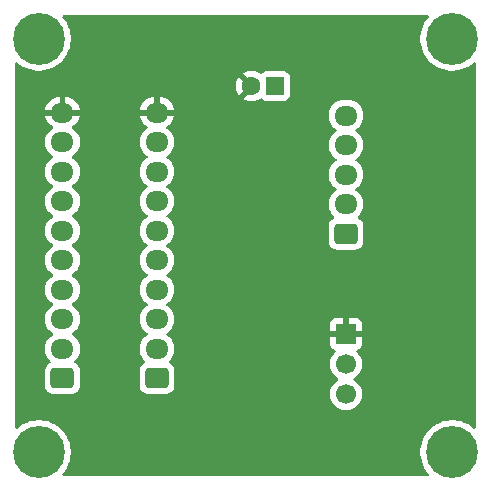
<source format=gbr>
%TF.GenerationSoftware,KiCad,Pcbnew,9.0.2*%
%TF.CreationDate,2025-10-06T17:20:07-07:00*%
%TF.ProjectId,driver2,64726976-6572-4322-9e6b-696361645f70,rev?*%
%TF.SameCoordinates,Original*%
%TF.FileFunction,Copper,L2,Bot*%
%TF.FilePolarity,Positive*%
%FSLAX46Y46*%
G04 Gerber Fmt 4.6, Leading zero omitted, Abs format (unit mm)*
G04 Created by KiCad (PCBNEW 9.0.2) date 2025-10-06 17:20:07*
%MOMM*%
%LPD*%
G01*
G04 APERTURE LIST*
G04 Aperture macros list*
%AMRoundRect*
0 Rectangle with rounded corners*
0 $1 Rounding radius*
0 $2 $3 $4 $5 $6 $7 $8 $9 X,Y pos of 4 corners*
0 Add a 4 corners polygon primitive as box body*
4,1,4,$2,$3,$4,$5,$6,$7,$8,$9,$2,$3,0*
0 Add four circle primitives for the rounded corners*
1,1,$1+$1,$2,$3*
1,1,$1+$1,$4,$5*
1,1,$1+$1,$6,$7*
1,1,$1+$1,$8,$9*
0 Add four rect primitives between the rounded corners*
20,1,$1+$1,$2,$3,$4,$5,0*
20,1,$1+$1,$4,$5,$6,$7,0*
20,1,$1+$1,$6,$7,$8,$9,0*
20,1,$1+$1,$8,$9,$2,$3,0*%
G04 Aperture macros list end*
%TA.AperFunction,ComponentPad*%
%ADD10RoundRect,0.250000X0.725000X-0.600000X0.725000X0.600000X-0.725000X0.600000X-0.725000X-0.600000X0*%
%TD*%
%TA.AperFunction,ComponentPad*%
%ADD11O,1.950000X1.700000*%
%TD*%
%TA.AperFunction,ComponentPad*%
%ADD12R,1.700000X1.700000*%
%TD*%
%TA.AperFunction,ComponentPad*%
%ADD13C,1.700000*%
%TD*%
%TA.AperFunction,ComponentPad*%
%ADD14C,2.600000*%
%TD*%
%TA.AperFunction,ConnectorPad*%
%ADD15C,4.400000*%
%TD*%
%TA.AperFunction,ComponentPad*%
%ADD16RoundRect,0.250000X0.550000X0.550000X-0.550000X0.550000X-0.550000X-0.550000X0.550000X-0.550000X0*%
%TD*%
%TA.AperFunction,ComponentPad*%
%ADD17C,1.600000*%
%TD*%
%TA.AperFunction,ViaPad*%
%ADD18C,0.600000*%
%TD*%
G04 APERTURE END LIST*
D10*
%TO.P,Ser2,1,Pin_1*%
%TO.N,Po*%
X32500000Y-51250000D03*
D11*
%TO.P,Ser2,2,Pin_2*%
%TO.N,Load*%
X32500000Y-48750000D03*
%TO.P,Ser2,3,Pin_3*%
%TO.N,+5V*%
X32500000Y-46250000D03*
%TO.P,Ser2,4,Pin_4*%
%TO.N,Pi*%
X32500000Y-43750000D03*
%TO.P,Ser2,5,Pin_5*%
%TO.N,Clock*%
X32500000Y-41250000D03*
%TO.P,Ser2,6,Pin_6*%
%TO.N,Latch*%
X32500000Y-38750000D03*
%TO.P,Ser2,7,Pin_7*%
%TO.N,Reset*%
X32500000Y-36250000D03*
%TO.P,Ser2,8,Pin_8*%
%TO.N,Enable*%
X32500000Y-33750000D03*
%TO.P,Ser2,9,Pin_9*%
%TO.N,+12V*%
X32500000Y-31250000D03*
%TO.P,Ser2,10,Pin_10*%
%TO.N,GND*%
X32500000Y-28750000D03*
%TD*%
%TO.P,Ser1,10,Pin_10*%
%TO.N,GND*%
X24500000Y-28750000D03*
%TO.P,Ser1,9,Pin_9*%
%TO.N,+12V*%
X24500000Y-31250000D03*
%TO.P,Ser1,8,Pin_8*%
%TO.N,Enable*%
X24500000Y-33750000D03*
%TO.P,Ser1,7,Pin_7*%
%TO.N,Reset*%
X24500000Y-36250000D03*
%TO.P,Ser1,6,Pin_6*%
%TO.N,Latch*%
X24500000Y-38750000D03*
%TO.P,Ser1,5,Pin_5*%
%TO.N,Clock*%
X24500000Y-41250000D03*
%TO.P,Ser1,4,Pin_4*%
%TO.N,Co*%
X24500000Y-43750000D03*
%TO.P,Ser1,3,Pin_3*%
%TO.N,+5V*%
X24500000Y-46250000D03*
%TO.P,Ser1,2,Pin_2*%
%TO.N,Load*%
X24500000Y-48750000D03*
D10*
%TO.P,Ser1,1,Pin_1*%
%TO.N,Ci*%
X24500000Y-51250000D03*
%TD*%
D12*
%TO.P,Hall1,1,Pin_1*%
%TO.N,GND*%
X48500000Y-47500000D03*
D13*
%TO.P,Hall1,2,Pin_2*%
%TO.N,+5V*%
X48500000Y-50040000D03*
%TO.P,Hall1,3,Pin_3*%
%TO.N,Hall*%
X48500000Y-52580000D03*
%TD*%
D14*
%TO.P,H4,1*%
%TO.N,N/C*%
X57500000Y-57500000D03*
D15*
X57500000Y-57500000D03*
%TD*%
D16*
%TO.P,C3,1*%
%TO.N,+12V*%
X42500000Y-26500000D03*
D17*
%TO.P,C3,2*%
%TO.N,GND*%
X40500000Y-26500000D03*
%TD*%
D14*
%TO.P,H2,1*%
%TO.N,N/C*%
X57500000Y-22500000D03*
D15*
X57500000Y-22500000D03*
%TD*%
D14*
%TO.P,H3,1*%
%TO.N,N/C*%
X22500000Y-57500000D03*
D15*
X22500000Y-57500000D03*
%TD*%
D14*
%TO.P,H1,1*%
%TO.N,N/C*%
X22500000Y-22500000D03*
D15*
X22500000Y-22500000D03*
%TD*%
D10*
%TO.P,Motor1,1,Pin_1*%
%TO.N,Phase1*%
X48500000Y-39000000D03*
D11*
%TO.P,Motor1,2,Pin_2*%
%TO.N,Phase2*%
X48500000Y-36500000D03*
%TO.P,Motor1,3,Pin_3*%
%TO.N,Phase3*%
X48500000Y-34000000D03*
%TO.P,Motor1,4,Pin_4*%
%TO.N,Phase4*%
X48500000Y-31500000D03*
%TO.P,Motor1,5,Pin_5*%
%TO.N,+12V*%
X48500000Y-29000000D03*
%TD*%
D18*
%TO.N,GND*%
X40525000Y-33375000D03*
X42525000Y-34875000D03*
X42525000Y-36375000D03*
X40525000Y-36375000D03*
X40525000Y-34875000D03*
X42525000Y-33375000D03*
X37500000Y-51500000D03*
%TD*%
%TA.AperFunction,Conductor*%
%TO.N,GND*%
G36*
X55450030Y-20520185D02*
G01*
X55495785Y-20572989D01*
X55505729Y-20642147D01*
X55479938Y-20701813D01*
X55294107Y-20934837D01*
X55132733Y-21191661D01*
X55001133Y-21464931D01*
X54900957Y-21751216D01*
X54900953Y-21751228D01*
X54833460Y-22046937D01*
X54833457Y-22046951D01*
X54799500Y-22348336D01*
X54799500Y-22651663D01*
X54833457Y-22953048D01*
X54833460Y-22953062D01*
X54900953Y-23248771D01*
X54900957Y-23248783D01*
X55001133Y-23535068D01*
X55132733Y-23808338D01*
X55132735Y-23808341D01*
X55294108Y-24065164D01*
X55483221Y-24302304D01*
X55697696Y-24516779D01*
X55934836Y-24705892D01*
X56191659Y-24867265D01*
X56464935Y-24998868D01*
X56679951Y-25074105D01*
X56751216Y-25099042D01*
X56751228Y-25099046D01*
X57046937Y-25166540D01*
X57046946Y-25166541D01*
X57046951Y-25166542D01*
X57247874Y-25189180D01*
X57348337Y-25200499D01*
X57348340Y-25200500D01*
X57348343Y-25200500D01*
X57651660Y-25200500D01*
X57651661Y-25200499D01*
X57805694Y-25183144D01*
X57953048Y-25166542D01*
X57953051Y-25166541D01*
X57953063Y-25166540D01*
X58248772Y-25099046D01*
X58535065Y-24998868D01*
X58808341Y-24867265D01*
X59065164Y-24705892D01*
X59298187Y-24520061D01*
X59362874Y-24493653D01*
X59431569Y-24506410D01*
X59482463Y-24554280D01*
X59499500Y-24617009D01*
X59499500Y-55382990D01*
X59479815Y-55450029D01*
X59427011Y-55495784D01*
X59357853Y-55505728D01*
X59298187Y-55479937D01*
X59164599Y-55373405D01*
X59065164Y-55294108D01*
X58808341Y-55132735D01*
X58808338Y-55132733D01*
X58535068Y-55001133D01*
X58248783Y-54900957D01*
X58248771Y-54900953D01*
X58020556Y-54848864D01*
X57953063Y-54833460D01*
X57953060Y-54833459D01*
X57953048Y-54833457D01*
X57651663Y-54799500D01*
X57651657Y-54799500D01*
X57348343Y-54799500D01*
X57348336Y-54799500D01*
X57046951Y-54833457D01*
X57046937Y-54833460D01*
X56751228Y-54900953D01*
X56751216Y-54900957D01*
X56464931Y-55001133D01*
X56191661Y-55132733D01*
X55934837Y-55294107D01*
X55697696Y-55483220D01*
X55483220Y-55697696D01*
X55294107Y-55934837D01*
X55132733Y-56191661D01*
X55001133Y-56464931D01*
X54900957Y-56751216D01*
X54900953Y-56751228D01*
X54833460Y-57046937D01*
X54833457Y-57046951D01*
X54799500Y-57348336D01*
X54799500Y-57651663D01*
X54833457Y-57953048D01*
X54833460Y-57953062D01*
X54900953Y-58248771D01*
X54900957Y-58248783D01*
X55001133Y-58535068D01*
X55132733Y-58808338D01*
X55132735Y-58808341D01*
X55294108Y-59065164D01*
X55479938Y-59298187D01*
X55506347Y-59362874D01*
X55493590Y-59431569D01*
X55445720Y-59482463D01*
X55382991Y-59499500D01*
X24617009Y-59499500D01*
X24549970Y-59479815D01*
X24504215Y-59427011D01*
X24494271Y-59357853D01*
X24520062Y-59298187D01*
X24705892Y-59065164D01*
X24867265Y-58808341D01*
X24998868Y-58535065D01*
X25099046Y-58248772D01*
X25166540Y-57953063D01*
X25200500Y-57651657D01*
X25200500Y-57348343D01*
X25166540Y-57046937D01*
X25099046Y-56751228D01*
X24998868Y-56464935D01*
X24867265Y-56191659D01*
X24705892Y-55934836D01*
X24516779Y-55697696D01*
X24302304Y-55483221D01*
X24065164Y-55294108D01*
X23808341Y-55132735D01*
X23808338Y-55132733D01*
X23535068Y-55001133D01*
X23248783Y-54900957D01*
X23248771Y-54900953D01*
X23020556Y-54848864D01*
X22953063Y-54833460D01*
X22953060Y-54833459D01*
X22953048Y-54833457D01*
X22651663Y-54799500D01*
X22651657Y-54799500D01*
X22348343Y-54799500D01*
X22348336Y-54799500D01*
X22046951Y-54833457D01*
X22046937Y-54833460D01*
X21751228Y-54900953D01*
X21751216Y-54900957D01*
X21464931Y-55001133D01*
X21191661Y-55132733D01*
X20934837Y-55294107D01*
X20701813Y-55479937D01*
X20637126Y-55506346D01*
X20568430Y-55493589D01*
X20517537Y-55445719D01*
X20500500Y-55382990D01*
X20500500Y-31143713D01*
X23024500Y-31143713D01*
X23024500Y-31356286D01*
X23057753Y-31566239D01*
X23123444Y-31768414D01*
X23219951Y-31957820D01*
X23344890Y-32129786D01*
X23495209Y-32280105D01*
X23495214Y-32280109D01*
X23659793Y-32399682D01*
X23702459Y-32455011D01*
X23708438Y-32524625D01*
X23675833Y-32586420D01*
X23659793Y-32600318D01*
X23495214Y-32719890D01*
X23495209Y-32719894D01*
X23344890Y-32870213D01*
X23219951Y-33042179D01*
X23123444Y-33231585D01*
X23057753Y-33433760D01*
X23024500Y-33643713D01*
X23024500Y-33856286D01*
X23057753Y-34066239D01*
X23123444Y-34268414D01*
X23219951Y-34457820D01*
X23344890Y-34629786D01*
X23495209Y-34780105D01*
X23495214Y-34780109D01*
X23659793Y-34899682D01*
X23702459Y-34955011D01*
X23708438Y-35024625D01*
X23675833Y-35086420D01*
X23659793Y-35100318D01*
X23495214Y-35219890D01*
X23495209Y-35219894D01*
X23344890Y-35370213D01*
X23219951Y-35542179D01*
X23123444Y-35731585D01*
X23057753Y-35933760D01*
X23024500Y-36143713D01*
X23024500Y-36356286D01*
X23057753Y-36566239D01*
X23123444Y-36768414D01*
X23219951Y-36957820D01*
X23344890Y-37129786D01*
X23495209Y-37280105D01*
X23495214Y-37280109D01*
X23659793Y-37399682D01*
X23702459Y-37455011D01*
X23708438Y-37524625D01*
X23675833Y-37586420D01*
X23659793Y-37600318D01*
X23495214Y-37719890D01*
X23495209Y-37719894D01*
X23344890Y-37870213D01*
X23219951Y-38042179D01*
X23123444Y-38231585D01*
X23057753Y-38433760D01*
X23024500Y-38643713D01*
X23024500Y-38856286D01*
X23057753Y-39066239D01*
X23123444Y-39268414D01*
X23219951Y-39457820D01*
X23344890Y-39629786D01*
X23495209Y-39780105D01*
X23495214Y-39780109D01*
X23659793Y-39899682D01*
X23702459Y-39955011D01*
X23708438Y-40024625D01*
X23675833Y-40086420D01*
X23659793Y-40100318D01*
X23495214Y-40219890D01*
X23495209Y-40219894D01*
X23344890Y-40370213D01*
X23219951Y-40542179D01*
X23123444Y-40731585D01*
X23057753Y-40933760D01*
X23024500Y-41143713D01*
X23024500Y-41356286D01*
X23057753Y-41566239D01*
X23123444Y-41768414D01*
X23219951Y-41957820D01*
X23344890Y-42129786D01*
X23495209Y-42280105D01*
X23495214Y-42280109D01*
X23659793Y-42399682D01*
X23702459Y-42455011D01*
X23708438Y-42524625D01*
X23675833Y-42586420D01*
X23659793Y-42600318D01*
X23495214Y-42719890D01*
X23495209Y-42719894D01*
X23344890Y-42870213D01*
X23219951Y-43042179D01*
X23123444Y-43231585D01*
X23057753Y-43433760D01*
X23024500Y-43643713D01*
X23024500Y-43856286D01*
X23057753Y-44066239D01*
X23123444Y-44268414D01*
X23219951Y-44457820D01*
X23344890Y-44629786D01*
X23495209Y-44780105D01*
X23495214Y-44780109D01*
X23659793Y-44899682D01*
X23702459Y-44955011D01*
X23708438Y-45024625D01*
X23675833Y-45086420D01*
X23659793Y-45100318D01*
X23495214Y-45219890D01*
X23495209Y-45219894D01*
X23344890Y-45370213D01*
X23219951Y-45542179D01*
X23123444Y-45731585D01*
X23057753Y-45933760D01*
X23024500Y-46143713D01*
X23024500Y-46356286D01*
X23057753Y-46566239D01*
X23123444Y-46768414D01*
X23219951Y-46957820D01*
X23344890Y-47129786D01*
X23495209Y-47280105D01*
X23495214Y-47280109D01*
X23659793Y-47399682D01*
X23702459Y-47455011D01*
X23708438Y-47524625D01*
X23675833Y-47586420D01*
X23659793Y-47600318D01*
X23495214Y-47719890D01*
X23495209Y-47719894D01*
X23344890Y-47870213D01*
X23219951Y-48042179D01*
X23123444Y-48231585D01*
X23057753Y-48433760D01*
X23032677Y-48592086D01*
X23024500Y-48643713D01*
X23024500Y-48856287D01*
X23057754Y-49066243D01*
X23088287Y-49160215D01*
X23123444Y-49268414D01*
X23219951Y-49457820D01*
X23344890Y-49629786D01*
X23483705Y-49768601D01*
X23517190Y-49829924D01*
X23512206Y-49899616D01*
X23470334Y-49955549D01*
X23461121Y-49961821D01*
X23306342Y-50057289D01*
X23182289Y-50181342D01*
X23090187Y-50330663D01*
X23090185Y-50330668D01*
X23062349Y-50414670D01*
X23035001Y-50497203D01*
X23035001Y-50497204D01*
X23035000Y-50497204D01*
X23024500Y-50599983D01*
X23024500Y-51900001D01*
X23024501Y-51900018D01*
X23035000Y-52002796D01*
X23035001Y-52002799D01*
X23054481Y-52061585D01*
X23090186Y-52169334D01*
X23182288Y-52318656D01*
X23306344Y-52442712D01*
X23455666Y-52534814D01*
X23622203Y-52589999D01*
X23724991Y-52600500D01*
X25275008Y-52600499D01*
X25377797Y-52589999D01*
X25544334Y-52534814D01*
X25693656Y-52442712D01*
X25817712Y-52318656D01*
X25909814Y-52169334D01*
X25964999Y-52002797D01*
X25975500Y-51900009D01*
X25975499Y-50599992D01*
X25964999Y-50497203D01*
X25909814Y-50330666D01*
X25817712Y-50181344D01*
X25693656Y-50057288D01*
X25544334Y-49965186D01*
X25544333Y-49965185D01*
X25538878Y-49961821D01*
X25492154Y-49909873D01*
X25480931Y-49840910D01*
X25508775Y-49776828D01*
X25516272Y-49768623D01*
X25655104Y-49629792D01*
X25780051Y-49457816D01*
X25876557Y-49268412D01*
X25942246Y-49066243D01*
X25975500Y-48856287D01*
X25975500Y-48643713D01*
X25942246Y-48433757D01*
X25876557Y-48231588D01*
X25780051Y-48042184D01*
X25780049Y-48042181D01*
X25780048Y-48042179D01*
X25655109Y-47870213D01*
X25504792Y-47719896D01*
X25467763Y-47692993D01*
X25340204Y-47600316D01*
X25297540Y-47544989D01*
X25291561Y-47475376D01*
X25324166Y-47413580D01*
X25340199Y-47399686D01*
X25504792Y-47280104D01*
X25655104Y-47129792D01*
X25655106Y-47129788D01*
X25655109Y-47129786D01*
X25780048Y-46957820D01*
X25780047Y-46957820D01*
X25780051Y-46957816D01*
X25876557Y-46768412D01*
X25942246Y-46566243D01*
X25975500Y-46356287D01*
X25975500Y-46143713D01*
X25942246Y-45933757D01*
X25876557Y-45731588D01*
X25780051Y-45542184D01*
X25780049Y-45542181D01*
X25780048Y-45542179D01*
X25655109Y-45370213D01*
X25504792Y-45219896D01*
X25504784Y-45219890D01*
X25340204Y-45100316D01*
X25297540Y-45044989D01*
X25291561Y-44975376D01*
X25324166Y-44913580D01*
X25340199Y-44899686D01*
X25504792Y-44780104D01*
X25655104Y-44629792D01*
X25655106Y-44629788D01*
X25655109Y-44629786D01*
X25780048Y-44457820D01*
X25780047Y-44457820D01*
X25780051Y-44457816D01*
X25876557Y-44268412D01*
X25942246Y-44066243D01*
X25975500Y-43856287D01*
X25975500Y-43643713D01*
X25942246Y-43433757D01*
X25876557Y-43231588D01*
X25780051Y-43042184D01*
X25780049Y-43042181D01*
X25780048Y-43042179D01*
X25655109Y-42870213D01*
X25504792Y-42719896D01*
X25504784Y-42719890D01*
X25340204Y-42600316D01*
X25297540Y-42544989D01*
X25291561Y-42475376D01*
X25324166Y-42413580D01*
X25340199Y-42399686D01*
X25504792Y-42280104D01*
X25655104Y-42129792D01*
X25655106Y-42129788D01*
X25655109Y-42129786D01*
X25780048Y-41957820D01*
X25780047Y-41957820D01*
X25780051Y-41957816D01*
X25876557Y-41768412D01*
X25942246Y-41566243D01*
X25975500Y-41356287D01*
X25975500Y-41143713D01*
X25942246Y-40933757D01*
X25876557Y-40731588D01*
X25780051Y-40542184D01*
X25780049Y-40542181D01*
X25780048Y-40542179D01*
X25655109Y-40370213D01*
X25504792Y-40219896D01*
X25467373Y-40192710D01*
X25340204Y-40100316D01*
X25297540Y-40044989D01*
X25291561Y-39975376D01*
X25324166Y-39913580D01*
X25340199Y-39899686D01*
X25504792Y-39780104D01*
X25655104Y-39629792D01*
X25655106Y-39629788D01*
X25655109Y-39629786D01*
X25780048Y-39457820D01*
X25780047Y-39457820D01*
X25780051Y-39457816D01*
X25876557Y-39268412D01*
X25942246Y-39066243D01*
X25975500Y-38856287D01*
X25975500Y-38643713D01*
X25942246Y-38433757D01*
X25876557Y-38231588D01*
X25780051Y-38042184D01*
X25780049Y-38042181D01*
X25780048Y-38042179D01*
X25655109Y-37870213D01*
X25504792Y-37719896D01*
X25485045Y-37705549D01*
X25340204Y-37600316D01*
X25297540Y-37544989D01*
X25291561Y-37475376D01*
X25324166Y-37413580D01*
X25340199Y-37399686D01*
X25504792Y-37280104D01*
X25655104Y-37129792D01*
X25655106Y-37129788D01*
X25655109Y-37129786D01*
X25780048Y-36957820D01*
X25780047Y-36957820D01*
X25780051Y-36957816D01*
X25876557Y-36768412D01*
X25942246Y-36566243D01*
X25975500Y-36356287D01*
X25975500Y-36143713D01*
X25942246Y-35933757D01*
X25876557Y-35731588D01*
X25780051Y-35542184D01*
X25780049Y-35542181D01*
X25780048Y-35542179D01*
X25655109Y-35370213D01*
X25504792Y-35219896D01*
X25427279Y-35163580D01*
X25340204Y-35100316D01*
X25297540Y-35044989D01*
X25291561Y-34975376D01*
X25324166Y-34913580D01*
X25340199Y-34899686D01*
X25504792Y-34780104D01*
X25655104Y-34629792D01*
X25655106Y-34629788D01*
X25655109Y-34629786D01*
X25780048Y-34457820D01*
X25780047Y-34457820D01*
X25780051Y-34457816D01*
X25876557Y-34268412D01*
X25942246Y-34066243D01*
X25975500Y-33856287D01*
X25975500Y-33643713D01*
X25942246Y-33433757D01*
X25876557Y-33231588D01*
X25780051Y-33042184D01*
X25780049Y-33042181D01*
X25780048Y-33042179D01*
X25655109Y-32870213D01*
X25504792Y-32719896D01*
X25427279Y-32663580D01*
X25340204Y-32600316D01*
X25297540Y-32544989D01*
X25291561Y-32475376D01*
X25324166Y-32413580D01*
X25340199Y-32399686D01*
X25504792Y-32280104D01*
X25655104Y-32129792D01*
X25655106Y-32129788D01*
X25655109Y-32129786D01*
X25780048Y-31957820D01*
X25780047Y-31957820D01*
X25780051Y-31957816D01*
X25876557Y-31768412D01*
X25942246Y-31566243D01*
X25975500Y-31356287D01*
X25975500Y-31143713D01*
X31024500Y-31143713D01*
X31024500Y-31356286D01*
X31057753Y-31566239D01*
X31123444Y-31768414D01*
X31219951Y-31957820D01*
X31344890Y-32129786D01*
X31495209Y-32280105D01*
X31495214Y-32280109D01*
X31659793Y-32399682D01*
X31702459Y-32455011D01*
X31708438Y-32524625D01*
X31675833Y-32586420D01*
X31659793Y-32600318D01*
X31495214Y-32719890D01*
X31495209Y-32719894D01*
X31344890Y-32870213D01*
X31219951Y-33042179D01*
X31123444Y-33231585D01*
X31057753Y-33433760D01*
X31024500Y-33643713D01*
X31024500Y-33856286D01*
X31057753Y-34066239D01*
X31123444Y-34268414D01*
X31219951Y-34457820D01*
X31344890Y-34629786D01*
X31495209Y-34780105D01*
X31495214Y-34780109D01*
X31659793Y-34899682D01*
X31702459Y-34955011D01*
X31708438Y-35024625D01*
X31675833Y-35086420D01*
X31659793Y-35100318D01*
X31495214Y-35219890D01*
X31495209Y-35219894D01*
X31344890Y-35370213D01*
X31219951Y-35542179D01*
X31123444Y-35731585D01*
X31057753Y-35933760D01*
X31024500Y-36143713D01*
X31024500Y-36356286D01*
X31057753Y-36566239D01*
X31123444Y-36768414D01*
X31219951Y-36957820D01*
X31344890Y-37129786D01*
X31495209Y-37280105D01*
X31495214Y-37280109D01*
X31659793Y-37399682D01*
X31702459Y-37455011D01*
X31708438Y-37524625D01*
X31675833Y-37586420D01*
X31659793Y-37600318D01*
X31495214Y-37719890D01*
X31495209Y-37719894D01*
X31344890Y-37870213D01*
X31219951Y-38042179D01*
X31123444Y-38231585D01*
X31057753Y-38433760D01*
X31024500Y-38643713D01*
X31024500Y-38856286D01*
X31057753Y-39066239D01*
X31123444Y-39268414D01*
X31219951Y-39457820D01*
X31344890Y-39629786D01*
X31495209Y-39780105D01*
X31495214Y-39780109D01*
X31659793Y-39899682D01*
X31702459Y-39955011D01*
X31708438Y-40024625D01*
X31675833Y-40086420D01*
X31659793Y-40100318D01*
X31495214Y-40219890D01*
X31495209Y-40219894D01*
X31344890Y-40370213D01*
X31219951Y-40542179D01*
X31123444Y-40731585D01*
X31057753Y-40933760D01*
X31024500Y-41143713D01*
X31024500Y-41356286D01*
X31057753Y-41566239D01*
X31123444Y-41768414D01*
X31219951Y-41957820D01*
X31344890Y-42129786D01*
X31495209Y-42280105D01*
X31495214Y-42280109D01*
X31659793Y-42399682D01*
X31702459Y-42455011D01*
X31708438Y-42524625D01*
X31675833Y-42586420D01*
X31659793Y-42600318D01*
X31495214Y-42719890D01*
X31495209Y-42719894D01*
X31344890Y-42870213D01*
X31219951Y-43042179D01*
X31123444Y-43231585D01*
X31057753Y-43433760D01*
X31024500Y-43643713D01*
X31024500Y-43856286D01*
X31057753Y-44066239D01*
X31123444Y-44268414D01*
X31219951Y-44457820D01*
X31344890Y-44629786D01*
X31495209Y-44780105D01*
X31495214Y-44780109D01*
X31659793Y-44899682D01*
X31702459Y-44955011D01*
X31708438Y-45024625D01*
X31675833Y-45086420D01*
X31659793Y-45100318D01*
X31495214Y-45219890D01*
X31495209Y-45219894D01*
X31344890Y-45370213D01*
X31219951Y-45542179D01*
X31123444Y-45731585D01*
X31057753Y-45933760D01*
X31024500Y-46143713D01*
X31024500Y-46356286D01*
X31057753Y-46566239D01*
X31123444Y-46768414D01*
X31219951Y-46957820D01*
X31344890Y-47129786D01*
X31495209Y-47280105D01*
X31495214Y-47280109D01*
X31659793Y-47399682D01*
X31702459Y-47455011D01*
X31708438Y-47524625D01*
X31675833Y-47586420D01*
X31659793Y-47600318D01*
X31495214Y-47719890D01*
X31495209Y-47719894D01*
X31344890Y-47870213D01*
X31219951Y-48042179D01*
X31123444Y-48231585D01*
X31057753Y-48433760D01*
X31032677Y-48592086D01*
X31024500Y-48643713D01*
X31024500Y-48856287D01*
X31057754Y-49066243D01*
X31088287Y-49160215D01*
X31123444Y-49268414D01*
X31219951Y-49457820D01*
X31344890Y-49629786D01*
X31483705Y-49768601D01*
X31517190Y-49829924D01*
X31512206Y-49899616D01*
X31470334Y-49955549D01*
X31461121Y-49961821D01*
X31306342Y-50057289D01*
X31182289Y-50181342D01*
X31090187Y-50330663D01*
X31090185Y-50330668D01*
X31062349Y-50414670D01*
X31035001Y-50497203D01*
X31035001Y-50497204D01*
X31035000Y-50497204D01*
X31024500Y-50599983D01*
X31024500Y-51900001D01*
X31024501Y-51900018D01*
X31035000Y-52002796D01*
X31035001Y-52002799D01*
X31054481Y-52061585D01*
X31090186Y-52169334D01*
X31182288Y-52318656D01*
X31306344Y-52442712D01*
X31455666Y-52534814D01*
X31622203Y-52589999D01*
X31724991Y-52600500D01*
X33275008Y-52600499D01*
X33377797Y-52589999D01*
X33544334Y-52534814D01*
X33693656Y-52442712D01*
X33817712Y-52318656D01*
X33909814Y-52169334D01*
X33964999Y-52002797D01*
X33975500Y-51900009D01*
X33975499Y-50599992D01*
X33964999Y-50497203D01*
X33909814Y-50330666D01*
X33817712Y-50181344D01*
X33693656Y-50057288D01*
X33693655Y-50057287D01*
X33656516Y-50034380D01*
X33544334Y-49965186D01*
X33544333Y-49965185D01*
X33538878Y-49961821D01*
X33513597Y-49933713D01*
X47149500Y-49933713D01*
X47149500Y-50146287D01*
X47182754Y-50356243D01*
X47228555Y-50497204D01*
X47248444Y-50558414D01*
X47344951Y-50747820D01*
X47469890Y-50919786D01*
X47620213Y-51070109D01*
X47792182Y-51195050D01*
X47800946Y-51199516D01*
X47851742Y-51247491D01*
X47868536Y-51315312D01*
X47845998Y-51381447D01*
X47800946Y-51420484D01*
X47792182Y-51424949D01*
X47620213Y-51549890D01*
X47469890Y-51700213D01*
X47344951Y-51872179D01*
X47248444Y-52061585D01*
X47182753Y-52263760D01*
X47149500Y-52473713D01*
X47149500Y-52686286D01*
X47182753Y-52896239D01*
X47248444Y-53098414D01*
X47344951Y-53287820D01*
X47469890Y-53459786D01*
X47620213Y-53610109D01*
X47792179Y-53735048D01*
X47792181Y-53735049D01*
X47792184Y-53735051D01*
X47981588Y-53831557D01*
X48183757Y-53897246D01*
X48393713Y-53930500D01*
X48393714Y-53930500D01*
X48606286Y-53930500D01*
X48606287Y-53930500D01*
X48816243Y-53897246D01*
X49018412Y-53831557D01*
X49207816Y-53735051D01*
X49229789Y-53719086D01*
X49379786Y-53610109D01*
X49379788Y-53610106D01*
X49379792Y-53610104D01*
X49530104Y-53459792D01*
X49530106Y-53459788D01*
X49530109Y-53459786D01*
X49655048Y-53287820D01*
X49655047Y-53287820D01*
X49655051Y-53287816D01*
X49751557Y-53098412D01*
X49817246Y-52896243D01*
X49850500Y-52686287D01*
X49850500Y-52473713D01*
X49817246Y-52263757D01*
X49751557Y-52061588D01*
X49655051Y-51872184D01*
X49655049Y-51872181D01*
X49655048Y-51872179D01*
X49530109Y-51700213D01*
X49379786Y-51549890D01*
X49207820Y-51424951D01*
X49207115Y-51424591D01*
X49199054Y-51420485D01*
X49148259Y-51372512D01*
X49131463Y-51304692D01*
X49153999Y-51238556D01*
X49199054Y-51199515D01*
X49207816Y-51195051D01*
X49229789Y-51179086D01*
X49379786Y-51070109D01*
X49379788Y-51070106D01*
X49379792Y-51070104D01*
X49530104Y-50919792D01*
X49530106Y-50919788D01*
X49530109Y-50919786D01*
X49655048Y-50747820D01*
X49655047Y-50747820D01*
X49655051Y-50747816D01*
X49751557Y-50558412D01*
X49817246Y-50356243D01*
X49850500Y-50146287D01*
X49850500Y-49933713D01*
X49817246Y-49723757D01*
X49751557Y-49521588D01*
X49655051Y-49332184D01*
X49655049Y-49332181D01*
X49655048Y-49332179D01*
X49530109Y-49160213D01*
X49416181Y-49046285D01*
X49382696Y-48984962D01*
X49387680Y-48915270D01*
X49429552Y-48859337D01*
X49460529Y-48842422D01*
X49592086Y-48793354D01*
X49592093Y-48793350D01*
X49707187Y-48707190D01*
X49707190Y-48707187D01*
X49793350Y-48592093D01*
X49793354Y-48592086D01*
X49843596Y-48457379D01*
X49843598Y-48457372D01*
X49849999Y-48397844D01*
X49850000Y-48397827D01*
X49850000Y-47750000D01*
X48933012Y-47750000D01*
X48965925Y-47692993D01*
X49000000Y-47565826D01*
X49000000Y-47434174D01*
X48965925Y-47307007D01*
X48933012Y-47250000D01*
X49850000Y-47250000D01*
X49850000Y-46602172D01*
X49849999Y-46602155D01*
X49843598Y-46542627D01*
X49843596Y-46542620D01*
X49793354Y-46407913D01*
X49793350Y-46407906D01*
X49707190Y-46292812D01*
X49707187Y-46292809D01*
X49592093Y-46206649D01*
X49592086Y-46206645D01*
X49457379Y-46156403D01*
X49457372Y-46156401D01*
X49397844Y-46150000D01*
X48750000Y-46150000D01*
X48750000Y-47066988D01*
X48692993Y-47034075D01*
X48565826Y-47000000D01*
X48434174Y-47000000D01*
X48307007Y-47034075D01*
X48250000Y-47066988D01*
X48250000Y-46150000D01*
X47602155Y-46150000D01*
X47542627Y-46156401D01*
X47542620Y-46156403D01*
X47407913Y-46206645D01*
X47407906Y-46206649D01*
X47292812Y-46292809D01*
X47292809Y-46292812D01*
X47206649Y-46407906D01*
X47206645Y-46407913D01*
X47156403Y-46542620D01*
X47156401Y-46542627D01*
X47150000Y-46602155D01*
X47150000Y-47250000D01*
X48066988Y-47250000D01*
X48034075Y-47307007D01*
X48000000Y-47434174D01*
X48000000Y-47565826D01*
X48034075Y-47692993D01*
X48066988Y-47750000D01*
X47150000Y-47750000D01*
X47150000Y-48397844D01*
X47156401Y-48457372D01*
X47156403Y-48457379D01*
X47206645Y-48592086D01*
X47206649Y-48592093D01*
X47292809Y-48707187D01*
X47292812Y-48707190D01*
X47407906Y-48793350D01*
X47407913Y-48793354D01*
X47539470Y-48842422D01*
X47595404Y-48884293D01*
X47619821Y-48949758D01*
X47604969Y-49018031D01*
X47583819Y-49046285D01*
X47469889Y-49160215D01*
X47344951Y-49332179D01*
X47248444Y-49521585D01*
X47182753Y-49723760D01*
X47154900Y-49899616D01*
X47149500Y-49933713D01*
X33513597Y-49933713D01*
X33492154Y-49909873D01*
X33480931Y-49840910D01*
X33508775Y-49776828D01*
X33516272Y-49768623D01*
X33655104Y-49629792D01*
X33780051Y-49457816D01*
X33876557Y-49268412D01*
X33942246Y-49066243D01*
X33975500Y-48856287D01*
X33975500Y-48643713D01*
X33942246Y-48433757D01*
X33876557Y-48231588D01*
X33780051Y-48042184D01*
X33780049Y-48042181D01*
X33780048Y-48042179D01*
X33655109Y-47870213D01*
X33504792Y-47719896D01*
X33467763Y-47692993D01*
X33340204Y-47600316D01*
X33297540Y-47544989D01*
X33291561Y-47475376D01*
X33324166Y-47413580D01*
X33340199Y-47399686D01*
X33504792Y-47280104D01*
X33655104Y-47129792D01*
X33655106Y-47129788D01*
X33655109Y-47129786D01*
X33780048Y-46957820D01*
X33780047Y-46957820D01*
X33780051Y-46957816D01*
X33876557Y-46768412D01*
X33942246Y-46566243D01*
X33975500Y-46356287D01*
X33975500Y-46143713D01*
X33942246Y-45933757D01*
X33876557Y-45731588D01*
X33780051Y-45542184D01*
X33780049Y-45542181D01*
X33780048Y-45542179D01*
X33655109Y-45370213D01*
X33504792Y-45219896D01*
X33504784Y-45219890D01*
X33340204Y-45100316D01*
X33297540Y-45044989D01*
X33291561Y-44975376D01*
X33324166Y-44913580D01*
X33340199Y-44899686D01*
X33504792Y-44780104D01*
X33655104Y-44629792D01*
X33655106Y-44629788D01*
X33655109Y-44629786D01*
X33780048Y-44457820D01*
X33780047Y-44457820D01*
X33780051Y-44457816D01*
X33876557Y-44268412D01*
X33942246Y-44066243D01*
X33975500Y-43856287D01*
X33975500Y-43643713D01*
X33942246Y-43433757D01*
X33876557Y-43231588D01*
X33780051Y-43042184D01*
X33780049Y-43042181D01*
X33780048Y-43042179D01*
X33655109Y-42870213D01*
X33504792Y-42719896D01*
X33504784Y-42719890D01*
X33340204Y-42600316D01*
X33297540Y-42544989D01*
X33291561Y-42475376D01*
X33324166Y-42413580D01*
X33340199Y-42399686D01*
X33504792Y-42280104D01*
X33655104Y-42129792D01*
X33655106Y-42129788D01*
X33655109Y-42129786D01*
X33780048Y-41957820D01*
X33780047Y-41957820D01*
X33780051Y-41957816D01*
X33876557Y-41768412D01*
X33942246Y-41566243D01*
X33975500Y-41356287D01*
X33975500Y-41143713D01*
X33942246Y-40933757D01*
X33876557Y-40731588D01*
X33780051Y-40542184D01*
X33780049Y-40542181D01*
X33780048Y-40542179D01*
X33655109Y-40370213D01*
X33504792Y-40219896D01*
X33467373Y-40192710D01*
X33340204Y-40100316D01*
X33297540Y-40044989D01*
X33291561Y-39975376D01*
X33324166Y-39913580D01*
X33340199Y-39899686D01*
X33504792Y-39780104D01*
X33655104Y-39629792D01*
X33655106Y-39629788D01*
X33655109Y-39629786D01*
X33780048Y-39457820D01*
X33780047Y-39457820D01*
X33780051Y-39457816D01*
X33876557Y-39268412D01*
X33942246Y-39066243D01*
X33975500Y-38856287D01*
X33975500Y-38643713D01*
X33942246Y-38433757D01*
X33876557Y-38231588D01*
X33780051Y-38042184D01*
X33780049Y-38042181D01*
X33780048Y-38042179D01*
X33655109Y-37870213D01*
X33504792Y-37719896D01*
X33485045Y-37705549D01*
X33340204Y-37600316D01*
X33297540Y-37544989D01*
X33291561Y-37475376D01*
X33324166Y-37413580D01*
X33340199Y-37399686D01*
X33504792Y-37280104D01*
X33655104Y-37129792D01*
X33655106Y-37129788D01*
X33655109Y-37129786D01*
X33780048Y-36957820D01*
X33780047Y-36957820D01*
X33780051Y-36957816D01*
X33876557Y-36768412D01*
X33942246Y-36566243D01*
X33975500Y-36356287D01*
X33975500Y-36143713D01*
X33942246Y-35933757D01*
X33876557Y-35731588D01*
X33780051Y-35542184D01*
X33780049Y-35542181D01*
X33780048Y-35542179D01*
X33655109Y-35370213D01*
X33504792Y-35219896D01*
X33427279Y-35163580D01*
X33340204Y-35100316D01*
X33297540Y-35044989D01*
X33291561Y-34975376D01*
X33324166Y-34913580D01*
X33340199Y-34899686D01*
X33504792Y-34780104D01*
X33655104Y-34629792D01*
X33655106Y-34629788D01*
X33655109Y-34629786D01*
X33780048Y-34457820D01*
X33780047Y-34457820D01*
X33780051Y-34457816D01*
X33876557Y-34268412D01*
X33942246Y-34066243D01*
X33975500Y-33856287D01*
X33975500Y-33643713D01*
X33942246Y-33433757D01*
X33876557Y-33231588D01*
X33780051Y-33042184D01*
X33780049Y-33042181D01*
X33780048Y-33042179D01*
X33655109Y-32870213D01*
X33504792Y-32719896D01*
X33427279Y-32663580D01*
X33340204Y-32600316D01*
X33297540Y-32544989D01*
X33291561Y-32475376D01*
X33324166Y-32413580D01*
X33340199Y-32399686D01*
X33504792Y-32280104D01*
X33655104Y-32129792D01*
X33655106Y-32129788D01*
X33655109Y-32129786D01*
X33780048Y-31957820D01*
X33780047Y-31957820D01*
X33780051Y-31957816D01*
X33876557Y-31768412D01*
X33942246Y-31566243D01*
X33975500Y-31356287D01*
X33975500Y-31143713D01*
X33942246Y-30933757D01*
X33876557Y-30731588D01*
X33780051Y-30542184D01*
X33780049Y-30542181D01*
X33780048Y-30542179D01*
X33655109Y-30370213D01*
X33504790Y-30219894D01*
X33504785Y-30219890D01*
X33339781Y-30100008D01*
X33297115Y-30044678D01*
X33291136Y-29975065D01*
X33323741Y-29913270D01*
X33339781Y-29899371D01*
X33504466Y-29779721D01*
X33654723Y-29629464D01*
X33654727Y-29629459D01*
X33779620Y-29457557D01*
X33876095Y-29268217D01*
X33941757Y-29066129D01*
X33941757Y-29066126D01*
X33952231Y-29000000D01*
X32904146Y-29000000D01*
X32942630Y-28933343D01*
X32953249Y-28893713D01*
X47024500Y-28893713D01*
X47024500Y-29106286D01*
X47057753Y-29316239D01*
X47123444Y-29518414D01*
X47219951Y-29707820D01*
X47344890Y-29879786D01*
X47495209Y-30030105D01*
X47495214Y-30030109D01*
X47659793Y-30149682D01*
X47702459Y-30205011D01*
X47708438Y-30274625D01*
X47675833Y-30336420D01*
X47659793Y-30350318D01*
X47495214Y-30469890D01*
X47495209Y-30469894D01*
X47344890Y-30620213D01*
X47219951Y-30792179D01*
X47123444Y-30981585D01*
X47057753Y-31183760D01*
X47024500Y-31393713D01*
X47024500Y-31606286D01*
X47050178Y-31768414D01*
X47057754Y-31816243D01*
X47103755Y-31957820D01*
X47123444Y-32018414D01*
X47219951Y-32207820D01*
X47344890Y-32379786D01*
X47495209Y-32530105D01*
X47495214Y-32530109D01*
X47659793Y-32649682D01*
X47702459Y-32705011D01*
X47708438Y-32774625D01*
X47675833Y-32836420D01*
X47659793Y-32850318D01*
X47495214Y-32969890D01*
X47495209Y-32969894D01*
X47344890Y-33120213D01*
X47219951Y-33292179D01*
X47123444Y-33481585D01*
X47057753Y-33683760D01*
X47024500Y-33893713D01*
X47024500Y-34106286D01*
X47050178Y-34268414D01*
X47057754Y-34316243D01*
X47103755Y-34457820D01*
X47123444Y-34518414D01*
X47219951Y-34707820D01*
X47344890Y-34879786D01*
X47495209Y-35030105D01*
X47495214Y-35030109D01*
X47659793Y-35149682D01*
X47702459Y-35205011D01*
X47708438Y-35274625D01*
X47675833Y-35336420D01*
X47659793Y-35350318D01*
X47495214Y-35469890D01*
X47495209Y-35469894D01*
X47344890Y-35620213D01*
X47219951Y-35792179D01*
X47123444Y-35981585D01*
X47057753Y-36183760D01*
X47024500Y-36393713D01*
X47024500Y-36606286D01*
X47050178Y-36768414D01*
X47057754Y-36816243D01*
X47103755Y-36957820D01*
X47123444Y-37018414D01*
X47219951Y-37207820D01*
X47344890Y-37379786D01*
X47483705Y-37518601D01*
X47517190Y-37579924D01*
X47512206Y-37649616D01*
X47470334Y-37705549D01*
X47461121Y-37711821D01*
X47306342Y-37807289D01*
X47182289Y-37931342D01*
X47090187Y-38080663D01*
X47090186Y-38080666D01*
X47035001Y-38247203D01*
X47035001Y-38247204D01*
X47035000Y-38247204D01*
X47024500Y-38349983D01*
X47024500Y-39650001D01*
X47024501Y-39650018D01*
X47035000Y-39752796D01*
X47035001Y-39752799D01*
X47044051Y-39780109D01*
X47090186Y-39919334D01*
X47182288Y-40068656D01*
X47306344Y-40192712D01*
X47455666Y-40284814D01*
X47622203Y-40339999D01*
X47724991Y-40350500D01*
X49275008Y-40350499D01*
X49377797Y-40339999D01*
X49544334Y-40284814D01*
X49693656Y-40192712D01*
X49817712Y-40068656D01*
X49909814Y-39919334D01*
X49964999Y-39752797D01*
X49975500Y-39650009D01*
X49975499Y-38349992D01*
X49964999Y-38247203D01*
X49909814Y-38080666D01*
X49817712Y-37931344D01*
X49693656Y-37807288D01*
X49544334Y-37715186D01*
X49544333Y-37715185D01*
X49538878Y-37711821D01*
X49492154Y-37659873D01*
X49480931Y-37590910D01*
X49508775Y-37526828D01*
X49516272Y-37518623D01*
X49655104Y-37379792D01*
X49780051Y-37207816D01*
X49876557Y-37018412D01*
X49942246Y-36816243D01*
X49975500Y-36606287D01*
X49975500Y-36393713D01*
X49942246Y-36183757D01*
X49876557Y-35981588D01*
X49780051Y-35792184D01*
X49780049Y-35792181D01*
X49780048Y-35792179D01*
X49655109Y-35620213D01*
X49504792Y-35469896D01*
X49504784Y-35469890D01*
X49340204Y-35350316D01*
X49297540Y-35294989D01*
X49291561Y-35225376D01*
X49324166Y-35163580D01*
X49340199Y-35149686D01*
X49504792Y-35030104D01*
X49655104Y-34879792D01*
X49655106Y-34879788D01*
X49655109Y-34879786D01*
X49780048Y-34707820D01*
X49780047Y-34707820D01*
X49780051Y-34707816D01*
X49876557Y-34518412D01*
X49942246Y-34316243D01*
X49975500Y-34106287D01*
X49975500Y-33893713D01*
X49942246Y-33683757D01*
X49876557Y-33481588D01*
X49780051Y-33292184D01*
X49780049Y-33292181D01*
X49780048Y-33292179D01*
X49655109Y-33120213D01*
X49504792Y-32969896D01*
X49504784Y-32969890D01*
X49340204Y-32850316D01*
X49297540Y-32794989D01*
X49291561Y-32725376D01*
X49324166Y-32663580D01*
X49340199Y-32649686D01*
X49504792Y-32530104D01*
X49655104Y-32379792D01*
X49655106Y-32379788D01*
X49655109Y-32379786D01*
X49780048Y-32207820D01*
X49780047Y-32207820D01*
X49780051Y-32207816D01*
X49876557Y-32018412D01*
X49942246Y-31816243D01*
X49975500Y-31606287D01*
X49975500Y-31393713D01*
X49942246Y-31183757D01*
X49876557Y-30981588D01*
X49780051Y-30792184D01*
X49780049Y-30792181D01*
X49780048Y-30792179D01*
X49655109Y-30620213D01*
X49504792Y-30469896D01*
X49504784Y-30469890D01*
X49340204Y-30350316D01*
X49297540Y-30294989D01*
X49291561Y-30225376D01*
X49324166Y-30163580D01*
X49340199Y-30149686D01*
X49504792Y-30030104D01*
X49655104Y-29879792D01*
X49655106Y-29879788D01*
X49655109Y-29879786D01*
X49780048Y-29707820D01*
X49780047Y-29707820D01*
X49780051Y-29707816D01*
X49876557Y-29518412D01*
X49942246Y-29316243D01*
X49975500Y-29106287D01*
X49975500Y-28893713D01*
X49942246Y-28683757D01*
X49876557Y-28481588D01*
X49780051Y-28292184D01*
X49780049Y-28292181D01*
X49780048Y-28292179D01*
X49655109Y-28120213D01*
X49504786Y-27969890D01*
X49332820Y-27844951D01*
X49143414Y-27748444D01*
X49143413Y-27748443D01*
X49143412Y-27748443D01*
X48941243Y-27682754D01*
X48941241Y-27682753D01*
X48941240Y-27682753D01*
X48779957Y-27657208D01*
X48731287Y-27649500D01*
X48268713Y-27649500D01*
X48220042Y-27657208D01*
X48058760Y-27682753D01*
X47856585Y-27748444D01*
X47667179Y-27844951D01*
X47495213Y-27969890D01*
X47344890Y-28120213D01*
X47219951Y-28292179D01*
X47123444Y-28481585D01*
X47057753Y-28683760D01*
X47024500Y-28893713D01*
X32953249Y-28893713D01*
X32975000Y-28812535D01*
X32975000Y-28687465D01*
X32942630Y-28566657D01*
X32904146Y-28500000D01*
X33952231Y-28500000D01*
X33941757Y-28433873D01*
X33941757Y-28433870D01*
X33876095Y-28231782D01*
X33779620Y-28042442D01*
X33654727Y-27870540D01*
X33654723Y-27870535D01*
X33504464Y-27720276D01*
X33504459Y-27720272D01*
X33332557Y-27595379D01*
X33143217Y-27498904D01*
X32941128Y-27433242D01*
X32750000Y-27402969D01*
X32750000Y-28345854D01*
X32683343Y-28307370D01*
X32562535Y-28275000D01*
X32437465Y-28275000D01*
X32316657Y-28307370D01*
X32250000Y-28345854D01*
X32250000Y-27402969D01*
X32058872Y-27433242D01*
X32058869Y-27433242D01*
X31856782Y-27498904D01*
X31667442Y-27595379D01*
X31495540Y-27720272D01*
X31495535Y-27720276D01*
X31345276Y-27870535D01*
X31345272Y-27870540D01*
X31220379Y-28042442D01*
X31123904Y-28231782D01*
X31058242Y-28433870D01*
X31058242Y-28433873D01*
X31047769Y-28500000D01*
X32095854Y-28500000D01*
X32057370Y-28566657D01*
X32025000Y-28687465D01*
X32025000Y-28812535D01*
X32057370Y-28933343D01*
X32095854Y-29000000D01*
X31047769Y-29000000D01*
X31058242Y-29066126D01*
X31058242Y-29066129D01*
X31123904Y-29268217D01*
X31220379Y-29457557D01*
X31345272Y-29629459D01*
X31345276Y-29629464D01*
X31495535Y-29779723D01*
X31495540Y-29779727D01*
X31660218Y-29899372D01*
X31702884Y-29954701D01*
X31708863Y-30024315D01*
X31676258Y-30086110D01*
X31660218Y-30100008D01*
X31495214Y-30219890D01*
X31495209Y-30219894D01*
X31344890Y-30370213D01*
X31219951Y-30542179D01*
X31123444Y-30731585D01*
X31057753Y-30933760D01*
X31024500Y-31143713D01*
X25975500Y-31143713D01*
X25942246Y-30933757D01*
X25876557Y-30731588D01*
X25780051Y-30542184D01*
X25780049Y-30542181D01*
X25780048Y-30542179D01*
X25655109Y-30370213D01*
X25504790Y-30219894D01*
X25504785Y-30219890D01*
X25339781Y-30100008D01*
X25297115Y-30044678D01*
X25291136Y-29975065D01*
X25323741Y-29913270D01*
X25339781Y-29899371D01*
X25504466Y-29779721D01*
X25654723Y-29629464D01*
X25654727Y-29629459D01*
X25779620Y-29457557D01*
X25876095Y-29268217D01*
X25941757Y-29066129D01*
X25941757Y-29066126D01*
X25952231Y-29000000D01*
X24904146Y-29000000D01*
X24942630Y-28933343D01*
X24975000Y-28812535D01*
X24975000Y-28687465D01*
X24942630Y-28566657D01*
X24904146Y-28500000D01*
X25952231Y-28500000D01*
X25941757Y-28433873D01*
X25941757Y-28433870D01*
X25876095Y-28231782D01*
X25779620Y-28042442D01*
X25654727Y-27870540D01*
X25654723Y-27870535D01*
X25504464Y-27720276D01*
X25504459Y-27720272D01*
X25332557Y-27595379D01*
X25143217Y-27498904D01*
X24941128Y-27433242D01*
X24750000Y-27402969D01*
X24750000Y-28345854D01*
X24683343Y-28307370D01*
X24562535Y-28275000D01*
X24437465Y-28275000D01*
X24316657Y-28307370D01*
X24250000Y-28345854D01*
X24250000Y-27402969D01*
X24058872Y-27433242D01*
X24058869Y-27433242D01*
X23856782Y-27498904D01*
X23667442Y-27595379D01*
X23495540Y-27720272D01*
X23495535Y-27720276D01*
X23345276Y-27870535D01*
X23345272Y-27870540D01*
X23220379Y-28042442D01*
X23123904Y-28231782D01*
X23058242Y-28433870D01*
X23058242Y-28433873D01*
X23047769Y-28500000D01*
X24095854Y-28500000D01*
X24057370Y-28566657D01*
X24025000Y-28687465D01*
X24025000Y-28812535D01*
X24057370Y-28933343D01*
X24095854Y-29000000D01*
X23047769Y-29000000D01*
X23058242Y-29066126D01*
X23058242Y-29066129D01*
X23123904Y-29268217D01*
X23220379Y-29457557D01*
X23345272Y-29629459D01*
X23345276Y-29629464D01*
X23495535Y-29779723D01*
X23495540Y-29779727D01*
X23660218Y-29899372D01*
X23702884Y-29954701D01*
X23708863Y-30024315D01*
X23676258Y-30086110D01*
X23660218Y-30100008D01*
X23495214Y-30219890D01*
X23495209Y-30219894D01*
X23344890Y-30370213D01*
X23219951Y-30542179D01*
X23123444Y-30731585D01*
X23057753Y-30933760D01*
X23024500Y-31143713D01*
X20500500Y-31143713D01*
X20500500Y-26397682D01*
X39200000Y-26397682D01*
X39200000Y-26602317D01*
X39232009Y-26804417D01*
X39295244Y-26999031D01*
X39388141Y-27181350D01*
X39388147Y-27181359D01*
X39420523Y-27225921D01*
X39420524Y-27225922D01*
X40100000Y-26546446D01*
X40100000Y-26552661D01*
X40127259Y-26654394D01*
X40179920Y-26745606D01*
X40254394Y-26820080D01*
X40345606Y-26872741D01*
X40447339Y-26900000D01*
X40453552Y-26900000D01*
X39774076Y-27579474D01*
X39818650Y-27611859D01*
X40000968Y-27704755D01*
X40195582Y-27767990D01*
X40397683Y-27800000D01*
X40602317Y-27800000D01*
X40804417Y-27767990D01*
X40999031Y-27704755D01*
X41181341Y-27611863D01*
X41181349Y-27611858D01*
X41251552Y-27560852D01*
X41317358Y-27537371D01*
X41385412Y-27553196D01*
X41412120Y-27573488D01*
X41481344Y-27642712D01*
X41630666Y-27734814D01*
X41797203Y-27789999D01*
X41899991Y-27800500D01*
X43100008Y-27800499D01*
X43202797Y-27789999D01*
X43369334Y-27734814D01*
X43518656Y-27642712D01*
X43642712Y-27518656D01*
X43734814Y-27369334D01*
X43789999Y-27202797D01*
X43800500Y-27100009D01*
X43800499Y-25899992D01*
X43789999Y-25797203D01*
X43734814Y-25630666D01*
X43642712Y-25481344D01*
X43518656Y-25357288D01*
X43369334Y-25265186D01*
X43202797Y-25210001D01*
X43202795Y-25210000D01*
X43100010Y-25199500D01*
X41899998Y-25199500D01*
X41899981Y-25199501D01*
X41797203Y-25210000D01*
X41797200Y-25210001D01*
X41630668Y-25265185D01*
X41630663Y-25265187D01*
X41481345Y-25357287D01*
X41412121Y-25426511D01*
X41350797Y-25459995D01*
X41281106Y-25455010D01*
X41251555Y-25439147D01*
X41181352Y-25388142D01*
X40999031Y-25295244D01*
X40804417Y-25232009D01*
X40602317Y-25200000D01*
X40397683Y-25200000D01*
X40195582Y-25232009D01*
X40000968Y-25295244D01*
X39818644Y-25388143D01*
X39774077Y-25420523D01*
X39774077Y-25420524D01*
X40453553Y-26100000D01*
X40447339Y-26100000D01*
X40345606Y-26127259D01*
X40254394Y-26179920D01*
X40179920Y-26254394D01*
X40127259Y-26345606D01*
X40100000Y-26447339D01*
X40100000Y-26453553D01*
X39420524Y-25774077D01*
X39420523Y-25774077D01*
X39388143Y-25818644D01*
X39295244Y-26000968D01*
X39232009Y-26195582D01*
X39200000Y-26397682D01*
X20500500Y-26397682D01*
X20500500Y-24617009D01*
X20520185Y-24549970D01*
X20572989Y-24504215D01*
X20642147Y-24494271D01*
X20701812Y-24520061D01*
X20934836Y-24705892D01*
X21191659Y-24867265D01*
X21464935Y-24998868D01*
X21679951Y-25074105D01*
X21751216Y-25099042D01*
X21751228Y-25099046D01*
X22046937Y-25166540D01*
X22046946Y-25166541D01*
X22046951Y-25166542D01*
X22247874Y-25189180D01*
X22348337Y-25200499D01*
X22348340Y-25200500D01*
X22348343Y-25200500D01*
X22651660Y-25200500D01*
X22651661Y-25200499D01*
X22805694Y-25183144D01*
X22953048Y-25166542D01*
X22953051Y-25166541D01*
X22953063Y-25166540D01*
X23248772Y-25099046D01*
X23535065Y-24998868D01*
X23808341Y-24867265D01*
X24065164Y-24705892D01*
X24302304Y-24516779D01*
X24516779Y-24302304D01*
X24705892Y-24065164D01*
X24867265Y-23808341D01*
X24998868Y-23535065D01*
X25099046Y-23248772D01*
X25166540Y-22953063D01*
X25200500Y-22651657D01*
X25200500Y-22348343D01*
X25166540Y-22046937D01*
X25099046Y-21751228D01*
X24998868Y-21464935D01*
X24867265Y-21191659D01*
X24705892Y-20934836D01*
X24520061Y-20701812D01*
X24493653Y-20637126D01*
X24506410Y-20568431D01*
X24554280Y-20517537D01*
X24617009Y-20500500D01*
X55382991Y-20500500D01*
X55450030Y-20520185D01*
G37*
%TD.AperFunction*%
%TD*%
M02*

</source>
